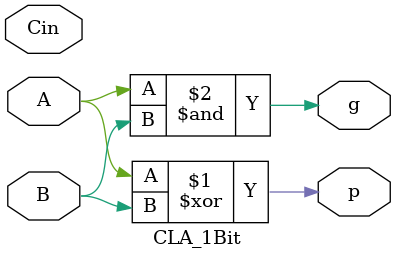
<source format=v>
`timescale 1ns / 1ps

module CLA_1Bit(
input A,B,Cin,
output g,p
    );
    
    assign p=A^B;
    assign g=A & B;
endmodule

</source>
